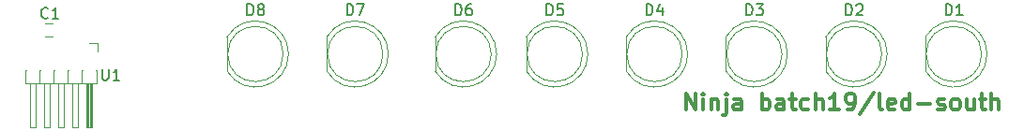
<source format=gto>
G04 #@! TF.GenerationSoftware,KiCad,Pcbnew,(6.0.5-0)*
G04 #@! TF.CreationDate,2023-01-17T15:29:26+09:00*
G04 #@! TF.ProjectId,qPCR-led-south,71504352-2d6c-4656-942d-736f7574682e,rev?*
G04 #@! TF.SameCoordinates,Original*
G04 #@! TF.FileFunction,Legend,Top*
G04 #@! TF.FilePolarity,Positive*
%FSLAX46Y46*%
G04 Gerber Fmt 4.6, Leading zero omitted, Abs format (unit mm)*
G04 Created by KiCad (PCBNEW (6.0.5-0)) date 2023-01-17 15:29:26*
%MOMM*%
%LPD*%
G01*
G04 APERTURE LIST*
%ADD10C,0.300000*%
%ADD11C,0.150000*%
%ADD12C,0.120000*%
G04 APERTURE END LIST*
D10*
X158552857Y-106678571D02*
X158552857Y-105178571D01*
X159409999Y-106678571D01*
X159409999Y-105178571D01*
X160124285Y-106678571D02*
X160124285Y-105678571D01*
X160124285Y-105178571D02*
X160052857Y-105250000D01*
X160124285Y-105321428D01*
X160195714Y-105250000D01*
X160124285Y-105178571D01*
X160124285Y-105321428D01*
X160838571Y-105678571D02*
X160838571Y-106678571D01*
X160838571Y-105821428D02*
X160909999Y-105750000D01*
X161052857Y-105678571D01*
X161267142Y-105678571D01*
X161409999Y-105750000D01*
X161481428Y-105892857D01*
X161481428Y-106678571D01*
X162195714Y-105678571D02*
X162195714Y-106964285D01*
X162124285Y-107107142D01*
X161981428Y-107178571D01*
X161909999Y-107178571D01*
X162195714Y-105178571D02*
X162124285Y-105250000D01*
X162195714Y-105321428D01*
X162267142Y-105250000D01*
X162195714Y-105178571D01*
X162195714Y-105321428D01*
X163552857Y-106678571D02*
X163552857Y-105892857D01*
X163481428Y-105750000D01*
X163338571Y-105678571D01*
X163052857Y-105678571D01*
X162909999Y-105750000D01*
X163552857Y-106607142D02*
X163409999Y-106678571D01*
X163052857Y-106678571D01*
X162909999Y-106607142D01*
X162838571Y-106464285D01*
X162838571Y-106321428D01*
X162909999Y-106178571D01*
X163052857Y-106107142D01*
X163409999Y-106107142D01*
X163552857Y-106035714D01*
X165409999Y-106678571D02*
X165409999Y-105178571D01*
X165409999Y-105750000D02*
X165552857Y-105678571D01*
X165838571Y-105678571D01*
X165981428Y-105750000D01*
X166052857Y-105821428D01*
X166124285Y-105964285D01*
X166124285Y-106392857D01*
X166052857Y-106535714D01*
X165981428Y-106607142D01*
X165838571Y-106678571D01*
X165552857Y-106678571D01*
X165409999Y-106607142D01*
X167409999Y-106678571D02*
X167409999Y-105892857D01*
X167338571Y-105750000D01*
X167195714Y-105678571D01*
X166909999Y-105678571D01*
X166767142Y-105750000D01*
X167409999Y-106607142D02*
X167267142Y-106678571D01*
X166909999Y-106678571D01*
X166767142Y-106607142D01*
X166695714Y-106464285D01*
X166695714Y-106321428D01*
X166767142Y-106178571D01*
X166909999Y-106107142D01*
X167267142Y-106107142D01*
X167409999Y-106035714D01*
X167909999Y-105678571D02*
X168481428Y-105678571D01*
X168124285Y-105178571D02*
X168124285Y-106464285D01*
X168195714Y-106607142D01*
X168338571Y-106678571D01*
X168481428Y-106678571D01*
X169624285Y-106607142D02*
X169481428Y-106678571D01*
X169195714Y-106678571D01*
X169052857Y-106607142D01*
X168981428Y-106535714D01*
X168909999Y-106392857D01*
X168909999Y-105964285D01*
X168981428Y-105821428D01*
X169052857Y-105750000D01*
X169195714Y-105678571D01*
X169481428Y-105678571D01*
X169624285Y-105750000D01*
X170267142Y-106678571D02*
X170267142Y-105178571D01*
X170909999Y-106678571D02*
X170909999Y-105892857D01*
X170838571Y-105750000D01*
X170695714Y-105678571D01*
X170481428Y-105678571D01*
X170338571Y-105750000D01*
X170267142Y-105821428D01*
X172409999Y-106678571D02*
X171552857Y-106678571D01*
X171981428Y-106678571D02*
X171981428Y-105178571D01*
X171838571Y-105392857D01*
X171695714Y-105535714D01*
X171552857Y-105607142D01*
X173124285Y-106678571D02*
X173409999Y-106678571D01*
X173552857Y-106607142D01*
X173624285Y-106535714D01*
X173767142Y-106321428D01*
X173838571Y-106035714D01*
X173838571Y-105464285D01*
X173767142Y-105321428D01*
X173695714Y-105250000D01*
X173552857Y-105178571D01*
X173267142Y-105178571D01*
X173124285Y-105250000D01*
X173052857Y-105321428D01*
X172981428Y-105464285D01*
X172981428Y-105821428D01*
X173052857Y-105964285D01*
X173124285Y-106035714D01*
X173267142Y-106107142D01*
X173552857Y-106107142D01*
X173695714Y-106035714D01*
X173767142Y-105964285D01*
X173838571Y-105821428D01*
X175552857Y-105107142D02*
X174267142Y-107035714D01*
X176267142Y-106678571D02*
X176124285Y-106607142D01*
X176052857Y-106464285D01*
X176052857Y-105178571D01*
X177410000Y-106607142D02*
X177267142Y-106678571D01*
X176981428Y-106678571D01*
X176838571Y-106607142D01*
X176767142Y-106464285D01*
X176767142Y-105892857D01*
X176838571Y-105750000D01*
X176981428Y-105678571D01*
X177267142Y-105678571D01*
X177410000Y-105750000D01*
X177481428Y-105892857D01*
X177481428Y-106035714D01*
X176767142Y-106178571D01*
X178767142Y-106678571D02*
X178767142Y-105178571D01*
X178767142Y-106607142D02*
X178624285Y-106678571D01*
X178338571Y-106678571D01*
X178195714Y-106607142D01*
X178124285Y-106535714D01*
X178052857Y-106392857D01*
X178052857Y-105964285D01*
X178124285Y-105821428D01*
X178195714Y-105750000D01*
X178338571Y-105678571D01*
X178624285Y-105678571D01*
X178767142Y-105750000D01*
X179481428Y-106107142D02*
X180624285Y-106107142D01*
X181267142Y-106607142D02*
X181410000Y-106678571D01*
X181695714Y-106678571D01*
X181838571Y-106607142D01*
X181910000Y-106464285D01*
X181910000Y-106392857D01*
X181838571Y-106250000D01*
X181695714Y-106178571D01*
X181481428Y-106178571D01*
X181338571Y-106107142D01*
X181267142Y-105964285D01*
X181267142Y-105892857D01*
X181338571Y-105750000D01*
X181481428Y-105678571D01*
X181695714Y-105678571D01*
X181838571Y-105750000D01*
X182767142Y-106678571D02*
X182624285Y-106607142D01*
X182552857Y-106535714D01*
X182481428Y-106392857D01*
X182481428Y-105964285D01*
X182552857Y-105821428D01*
X182624285Y-105750000D01*
X182767142Y-105678571D01*
X182981428Y-105678571D01*
X183124285Y-105750000D01*
X183195714Y-105821428D01*
X183267142Y-105964285D01*
X183267142Y-106392857D01*
X183195714Y-106535714D01*
X183124285Y-106607142D01*
X182981428Y-106678571D01*
X182767142Y-106678571D01*
X184552857Y-105678571D02*
X184552857Y-106678571D01*
X183910000Y-105678571D02*
X183910000Y-106464285D01*
X183981428Y-106607142D01*
X184124285Y-106678571D01*
X184338571Y-106678571D01*
X184481428Y-106607142D01*
X184552857Y-106535714D01*
X185052857Y-105678571D02*
X185624285Y-105678571D01*
X185267142Y-105178571D02*
X185267142Y-106464285D01*
X185338571Y-106607142D01*
X185481428Y-106678571D01*
X185624285Y-106678571D01*
X186124285Y-106678571D02*
X186124285Y-105178571D01*
X186767142Y-106678571D02*
X186767142Y-105892857D01*
X186695714Y-105750000D01*
X186552857Y-105678571D01*
X186338571Y-105678571D01*
X186195714Y-105750000D01*
X186124285Y-105821428D01*
D11*
G04 #@! TO.C,D7*
X127991904Y-98114380D02*
X127991904Y-97114380D01*
X128230000Y-97114380D01*
X128372857Y-97162000D01*
X128468095Y-97257238D01*
X128515714Y-97352476D01*
X128563333Y-97542952D01*
X128563333Y-97685809D01*
X128515714Y-97876285D01*
X128468095Y-97971523D01*
X128372857Y-98066761D01*
X128230000Y-98114380D01*
X127991904Y-98114380D01*
X128896666Y-97114380D02*
X129563333Y-97114380D01*
X129134761Y-98114380D01*
G04 #@! TO.C,D6*
X137761904Y-98114380D02*
X137761904Y-97114380D01*
X138000000Y-97114380D01*
X138142857Y-97162000D01*
X138238095Y-97257238D01*
X138285714Y-97352476D01*
X138333333Y-97542952D01*
X138333333Y-97685809D01*
X138285714Y-97876285D01*
X138238095Y-97971523D01*
X138142857Y-98066761D01*
X138000000Y-98114380D01*
X137761904Y-98114380D01*
X139190476Y-97114380D02*
X139000000Y-97114380D01*
X138904761Y-97162000D01*
X138857142Y-97209619D01*
X138761904Y-97352476D01*
X138714285Y-97542952D01*
X138714285Y-97923904D01*
X138761904Y-98019142D01*
X138809523Y-98066761D01*
X138904761Y-98114380D01*
X139095238Y-98114380D01*
X139190476Y-98066761D01*
X139238095Y-98019142D01*
X139285714Y-97923904D01*
X139285714Y-97685809D01*
X139238095Y-97590571D01*
X139190476Y-97542952D01*
X139095238Y-97495333D01*
X138904761Y-97495333D01*
X138809523Y-97542952D01*
X138761904Y-97590571D01*
X138714285Y-97685809D01*
G04 #@! TO.C,D5*
X145991904Y-98114380D02*
X145991904Y-97114380D01*
X146230000Y-97114380D01*
X146372857Y-97162000D01*
X146468095Y-97257238D01*
X146515714Y-97352476D01*
X146563333Y-97542952D01*
X146563333Y-97685809D01*
X146515714Y-97876285D01*
X146468095Y-97971523D01*
X146372857Y-98066761D01*
X146230000Y-98114380D01*
X145991904Y-98114380D01*
X147468095Y-97114380D02*
X146991904Y-97114380D01*
X146944285Y-97590571D01*
X146991904Y-97542952D01*
X147087142Y-97495333D01*
X147325238Y-97495333D01*
X147420476Y-97542952D01*
X147468095Y-97590571D01*
X147515714Y-97685809D01*
X147515714Y-97923904D01*
X147468095Y-98019142D01*
X147420476Y-98066761D01*
X147325238Y-98114380D01*
X147087142Y-98114380D01*
X146991904Y-98066761D01*
X146944285Y-98019142D01*
G04 #@! TO.C,D4*
X154991904Y-98114380D02*
X154991904Y-97114380D01*
X155230000Y-97114380D01*
X155372857Y-97162000D01*
X155468095Y-97257238D01*
X155515714Y-97352476D01*
X155563333Y-97542952D01*
X155563333Y-97685809D01*
X155515714Y-97876285D01*
X155468095Y-97971523D01*
X155372857Y-98066761D01*
X155230000Y-98114380D01*
X154991904Y-98114380D01*
X156420476Y-97447714D02*
X156420476Y-98114380D01*
X156182380Y-97066761D02*
X155944285Y-97781047D01*
X156563333Y-97781047D01*
G04 #@! TO.C,D3*
X163991904Y-98114380D02*
X163991904Y-97114380D01*
X164230000Y-97114380D01*
X164372857Y-97162000D01*
X164468095Y-97257238D01*
X164515714Y-97352476D01*
X164563333Y-97542952D01*
X164563333Y-97685809D01*
X164515714Y-97876285D01*
X164468095Y-97971523D01*
X164372857Y-98066761D01*
X164230000Y-98114380D01*
X163991904Y-98114380D01*
X164896666Y-97114380D02*
X165515714Y-97114380D01*
X165182380Y-97495333D01*
X165325238Y-97495333D01*
X165420476Y-97542952D01*
X165468095Y-97590571D01*
X165515714Y-97685809D01*
X165515714Y-97923904D01*
X165468095Y-98019142D01*
X165420476Y-98066761D01*
X165325238Y-98114380D01*
X165039523Y-98114380D01*
X164944285Y-98066761D01*
X164896666Y-98019142D01*
G04 #@! TO.C,D2*
X172991904Y-98114380D02*
X172991904Y-97114380D01*
X173230000Y-97114380D01*
X173372857Y-97162000D01*
X173468095Y-97257238D01*
X173515714Y-97352476D01*
X173563333Y-97542952D01*
X173563333Y-97685809D01*
X173515714Y-97876285D01*
X173468095Y-97971523D01*
X173372857Y-98066761D01*
X173230000Y-98114380D01*
X172991904Y-98114380D01*
X173944285Y-97209619D02*
X173991904Y-97162000D01*
X174087142Y-97114380D01*
X174325238Y-97114380D01*
X174420476Y-97162000D01*
X174468095Y-97209619D01*
X174515714Y-97304857D01*
X174515714Y-97400095D01*
X174468095Y-97542952D01*
X173896666Y-98114380D01*
X174515714Y-98114380D01*
G04 #@! TO.C,D1*
X181991904Y-98114380D02*
X181991904Y-97114380D01*
X182230000Y-97114380D01*
X182372857Y-97162000D01*
X182468095Y-97257238D01*
X182515714Y-97352476D01*
X182563333Y-97542952D01*
X182563333Y-97685809D01*
X182515714Y-97876285D01*
X182468095Y-97971523D01*
X182372857Y-98066761D01*
X182230000Y-98114380D01*
X181991904Y-98114380D01*
X183515714Y-98114380D02*
X182944285Y-98114380D01*
X183230000Y-98114380D02*
X183230000Y-97114380D01*
X183134761Y-97257238D01*
X183039523Y-97352476D01*
X182944285Y-97400095D01*
G04 #@! TO.C,D8*
X118991904Y-98114380D02*
X118991904Y-97114380D01*
X119230000Y-97114380D01*
X119372857Y-97162000D01*
X119468095Y-97257238D01*
X119515714Y-97352476D01*
X119563333Y-97542952D01*
X119563333Y-97685809D01*
X119515714Y-97876285D01*
X119468095Y-97971523D01*
X119372857Y-98066761D01*
X119230000Y-98114380D01*
X118991904Y-98114380D01*
X120134761Y-97542952D02*
X120039523Y-97495333D01*
X119991904Y-97447714D01*
X119944285Y-97352476D01*
X119944285Y-97304857D01*
X119991904Y-97209619D01*
X120039523Y-97162000D01*
X120134761Y-97114380D01*
X120325238Y-97114380D01*
X120420476Y-97162000D01*
X120468095Y-97209619D01*
X120515714Y-97304857D01*
X120515714Y-97352476D01*
X120468095Y-97447714D01*
X120420476Y-97495333D01*
X120325238Y-97542952D01*
X120134761Y-97542952D01*
X120039523Y-97590571D01*
X119991904Y-97638190D01*
X119944285Y-97733428D01*
X119944285Y-97923904D01*
X119991904Y-98019142D01*
X120039523Y-98066761D01*
X120134761Y-98114380D01*
X120325238Y-98114380D01*
X120420476Y-98066761D01*
X120468095Y-98019142D01*
X120515714Y-97923904D01*
X120515714Y-97733428D01*
X120468095Y-97638190D01*
X120420476Y-97590571D01*
X120325238Y-97542952D01*
G04 #@! TO.C,U1*
X105898095Y-102982380D02*
X105898095Y-103791904D01*
X105945714Y-103887142D01*
X105993333Y-103934761D01*
X106088571Y-103982380D01*
X106279047Y-103982380D01*
X106374285Y-103934761D01*
X106421904Y-103887142D01*
X106469523Y-103791904D01*
X106469523Y-102982380D01*
X107469523Y-103982380D02*
X106898095Y-103982380D01*
X107183809Y-103982380D02*
X107183809Y-102982380D01*
X107088571Y-103125238D01*
X106993333Y-103220476D01*
X106898095Y-103268095D01*
G04 #@! TO.C,C1*
X101013333Y-98317142D02*
X100965714Y-98364761D01*
X100822857Y-98412380D01*
X100727619Y-98412380D01*
X100584761Y-98364761D01*
X100489523Y-98269523D01*
X100441904Y-98174285D01*
X100394285Y-97983809D01*
X100394285Y-97840952D01*
X100441904Y-97650476D01*
X100489523Y-97555238D01*
X100584761Y-97460000D01*
X100727619Y-97412380D01*
X100822857Y-97412380D01*
X100965714Y-97460000D01*
X101013333Y-97507619D01*
X101965714Y-98412380D02*
X101394285Y-98412380D01*
X101680000Y-98412380D02*
X101680000Y-97412380D01*
X101584761Y-97555238D01*
X101489523Y-97650476D01*
X101394285Y-97698095D01*
D12*
G04 #@! TO.C,D7*
X126170000Y-100077000D02*
X126170000Y-103167000D01*
X131720000Y-101622462D02*
G75*
G03*
X126170000Y-100077170I-2990000J462D01*
G01*
X126170000Y-103166830D02*
G75*
G03*
X131720000Y-101621538I2560000J1544830D01*
G01*
X131230000Y-101622000D02*
G75*
G03*
X131230000Y-101622000I-2500000J0D01*
G01*
G04 #@! TO.C,D6*
X135940000Y-100077000D02*
X135940000Y-103167000D01*
X135940000Y-103166830D02*
G75*
G03*
X141490000Y-101621538I2560000J1544830D01*
G01*
X141490000Y-101622462D02*
G75*
G03*
X135940000Y-100077170I-2990000J462D01*
G01*
X141000000Y-101622000D02*
G75*
G03*
X141000000Y-101622000I-2500000J0D01*
G01*
G04 #@! TO.C,D5*
X144170000Y-100077000D02*
X144170000Y-103167000D01*
X144170000Y-103166830D02*
G75*
G03*
X149720000Y-101621538I2560000J1544830D01*
G01*
X149720000Y-101622462D02*
G75*
G03*
X144170000Y-100077170I-2990000J462D01*
G01*
X149230000Y-101622000D02*
G75*
G03*
X149230000Y-101622000I-2500000J0D01*
G01*
G04 #@! TO.C,D4*
X153170000Y-100077000D02*
X153170000Y-103167000D01*
X153170000Y-103166830D02*
G75*
G03*
X158720000Y-101621538I2560000J1544830D01*
G01*
X158720000Y-101622462D02*
G75*
G03*
X153170000Y-100077170I-2990000J462D01*
G01*
X158230000Y-101622000D02*
G75*
G03*
X158230000Y-101622000I-2500000J0D01*
G01*
G04 #@! TO.C,D3*
X162170000Y-100077000D02*
X162170000Y-103167000D01*
X167720000Y-101622462D02*
G75*
G03*
X162170000Y-100077170I-2990000J462D01*
G01*
X162170000Y-103166830D02*
G75*
G03*
X167720000Y-101621538I2560000J1544830D01*
G01*
X167230000Y-101622000D02*
G75*
G03*
X167230000Y-101622000I-2500000J0D01*
G01*
G04 #@! TO.C,D2*
X171170000Y-100077000D02*
X171170000Y-103167000D01*
X171170000Y-103166830D02*
G75*
G03*
X176720000Y-101621538I2560000J1544830D01*
G01*
X176720000Y-101622462D02*
G75*
G03*
X171170000Y-100077170I-2990000J462D01*
G01*
X176230000Y-101622000D02*
G75*
G03*
X176230000Y-101622000I-2500000J0D01*
G01*
G04 #@! TO.C,D1*
X180170000Y-100077000D02*
X180170000Y-103167000D01*
X180170000Y-103166830D02*
G75*
G03*
X185720000Y-101621538I2560000J1544830D01*
G01*
X185720000Y-101622462D02*
G75*
G03*
X180170000Y-100077170I-2990000J462D01*
G01*
X185230000Y-101622000D02*
G75*
G03*
X185230000Y-101622000I-2500000J0D01*
G01*
G04 #@! TO.C,D8*
X117170000Y-100077000D02*
X117170000Y-103167000D01*
X122720000Y-101622462D02*
G75*
G03*
X117170000Y-100077170I-2990000J462D01*
G01*
X117170000Y-103166830D02*
G75*
G03*
X122720000Y-101621538I2560000J1544830D01*
G01*
X122230000Y-101622000D02*
G75*
G03*
X122230000Y-101622000I-2500000J0D01*
G01*
G04 #@! TO.C,U1*
X104684249Y-104245007D02*
X104684249Y-108245007D01*
X100279249Y-103125007D02*
X100279249Y-104245007D01*
X104089249Y-103125007D02*
X104089249Y-104245007D01*
X104564249Y-104245007D02*
X104564249Y-108245007D01*
X105419249Y-104245007D02*
X98949249Y-104245007D01*
X103194249Y-108245007D02*
X103194249Y-104245007D01*
X102444249Y-108245007D02*
X101924249Y-108245007D01*
X101924249Y-108245007D02*
X101924249Y-104245007D01*
X100294572Y-103125007D02*
X100263926Y-103125007D01*
X101564572Y-103125007D02*
X101533926Y-103125007D01*
X100654249Y-108245007D02*
X100654249Y-104245007D01*
X104104572Y-103125007D02*
X104073926Y-103125007D01*
X102834572Y-103125007D02*
X102803926Y-103125007D01*
X103714249Y-104245007D02*
X103714249Y-108245007D01*
X102819249Y-103125007D02*
X102819249Y-104245007D01*
X104724249Y-100655007D02*
X105484249Y-100655007D01*
X105343926Y-103125007D02*
X105419249Y-103125007D01*
X101174249Y-108245007D02*
X100654249Y-108245007D01*
X104984249Y-108245007D02*
X104464249Y-108245007D01*
X101549249Y-103125007D02*
X101549249Y-104245007D01*
X101174249Y-104245007D02*
X101174249Y-108245007D01*
X102444249Y-104245007D02*
X102444249Y-108245007D01*
X98949249Y-103125007D02*
X99024572Y-103125007D01*
X99904249Y-104245007D02*
X99904249Y-108245007D01*
X103714249Y-108245007D02*
X103194249Y-108245007D01*
X104464249Y-108245007D02*
X104464249Y-104245007D01*
X99904249Y-108245007D02*
X99384249Y-108245007D01*
X99384249Y-108245007D02*
X99384249Y-104245007D01*
X105419249Y-103125007D02*
X105419249Y-104245007D01*
X104924249Y-104245007D02*
X104924249Y-108245007D01*
X105484249Y-100655007D02*
X105484249Y-101415007D01*
X104804249Y-104245007D02*
X104804249Y-108245007D01*
X104984249Y-104245007D02*
X104984249Y-108245007D01*
X98949249Y-104245007D02*
X98949249Y-103125007D01*
G04 #@! TO.C,C1*
X100710000Y-98860000D02*
X101410000Y-98860000D01*
X101410000Y-100060000D02*
X100710000Y-100060000D01*
G04 #@! TD*
M02*

</source>
